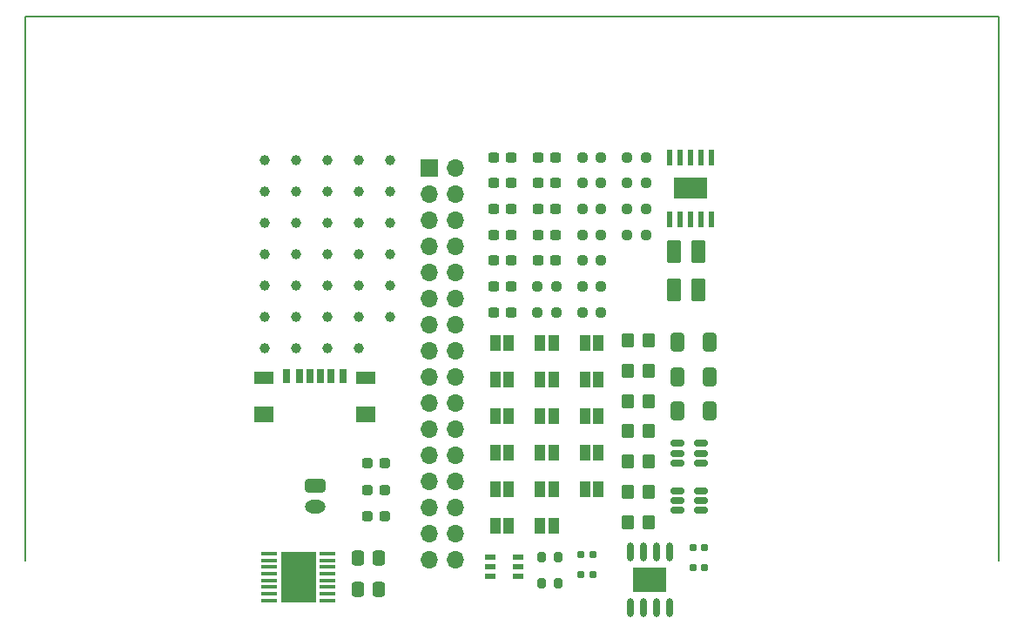
<source format=gbr>
%TF.GenerationSoftware,KiCad,Pcbnew,9.0.0*%
%TF.CreationDate,2025-03-28T03:05:09+02:00*%
%TF.ProjectId,PCB,5043422e-6b69-4636-9164-5f7063625858,rev?*%
%TF.SameCoordinates,Original*%
%TF.FileFunction,Copper,L1,Top*%
%TF.FilePolarity,Positive*%
%FSLAX46Y46*%
G04 Gerber Fmt 4.6, Leading zero omitted, Abs format (unit mm)*
G04 Created by KiCad (PCBNEW 9.0.0) date 2025-03-28 03:05:09*
%MOMM*%
%LPD*%
G01*
G04 APERTURE LIST*
G04 Aperture macros list*
%AMRoundRect*
0 Rectangle with rounded corners*
0 $1 Rounding radius*
0 $2 $3 $4 $5 $6 $7 $8 $9 X,Y pos of 4 corners*
0 Add a 4 corners polygon primitive as box body*
4,1,4,$2,$3,$4,$5,$6,$7,$8,$9,$2,$3,0*
0 Add four circle primitives for the rounded corners*
1,1,$1+$1,$2,$3*
1,1,$1+$1,$4,$5*
1,1,$1+$1,$6,$7*
1,1,$1+$1,$8,$9*
0 Add four rect primitives between the rounded corners*
20,1,$1+$1,$2,$3,$4,$5,0*
20,1,$1+$1,$4,$5,$6,$7,0*
20,1,$1+$1,$6,$7,$8,$9,0*
20,1,$1+$1,$8,$9,$2,$3,0*%
G04 Aperture macros list end*
%TA.AperFunction,NonConductor*%
%ADD10C,0.200000*%
%TD*%
%TA.AperFunction,SMDPad,CuDef*%
%ADD11R,0.600000X1.500000*%
%TD*%
%TA.AperFunction,SMDPad,CuDef*%
%ADD12R,3.300000X2.100000*%
%TD*%
%TA.AperFunction,SMDPad,CuDef*%
%ADD13R,1.100000X0.600000*%
%TD*%
%TA.AperFunction,SMDPad,CuDef*%
%ADD14O,0.630000X1.865000*%
%TD*%
%TA.AperFunction,SMDPad,CuDef*%
%ADD15R,3.300000X2.400000*%
%TD*%
%TA.AperFunction,SMDPad,CuDef*%
%ADD16RoundRect,0.150000X-0.512500X-0.150000X0.512500X-0.150000X0.512500X0.150000X-0.512500X0.150000X0*%
%TD*%
%TA.AperFunction,SMDPad,CuDef*%
%ADD17RoundRect,0.100000X-0.687500X-0.100000X0.687500X-0.100000X0.687500X0.100000X-0.687500X0.100000X0*%
%TD*%
%TA.AperFunction,HeatsinkPad*%
%ADD18C,0.500000*%
%TD*%
%TA.AperFunction,HeatsinkPad*%
%ADD19R,3.400000X5.000000*%
%TD*%
%TA.AperFunction,SMDPad,CuDef*%
%ADD20C,1.000000*%
%TD*%
%TA.AperFunction,SMDPad,CuDef*%
%ADD21RoundRect,0.237500X-0.250000X-0.237500X0.250000X-0.237500X0.250000X0.237500X-0.250000X0.237500X0*%
%TD*%
%TA.AperFunction,SMDPad,CuDef*%
%ADD22RoundRect,0.250000X-0.350000X-0.450000X0.350000X-0.450000X0.350000X0.450000X-0.350000X0.450000X0*%
%TD*%
%TA.AperFunction,SMDPad,CuDef*%
%ADD23RoundRect,0.160000X-0.197500X-0.160000X0.197500X-0.160000X0.197500X0.160000X-0.197500X0.160000X0*%
%TD*%
%TA.AperFunction,SMDPad,CuDef*%
%ADD24RoundRect,0.200000X-0.200000X-0.275000X0.200000X-0.275000X0.200000X0.275000X-0.200000X0.275000X0*%
%TD*%
%TA.AperFunction,SMDPad,CuDef*%
%ADD25RoundRect,0.250001X-0.462499X-0.849999X0.462499X-0.849999X0.462499X0.849999X-0.462499X0.849999X0*%
%TD*%
%TA.AperFunction,SMDPad,CuDef*%
%ADD26R,1.000000X1.500000*%
%TD*%
%TA.AperFunction,SMDPad,CuDef*%
%ADD27R,1.950000X1.200000*%
%TD*%
%TA.AperFunction,SMDPad,CuDef*%
%ADD28R,1.950000X1.600000*%
%TD*%
%TA.AperFunction,SMDPad,CuDef*%
%ADD29R,0.800000X1.400000*%
%TD*%
%TA.AperFunction,ComponentPad*%
%ADD30R,1.700000X1.700000*%
%TD*%
%TA.AperFunction,ComponentPad*%
%ADD31O,1.700000X1.700000*%
%TD*%
%TA.AperFunction,ComponentPad*%
%ADD32RoundRect,0.250000X-0.750000X-0.400000X0.750000X-0.400000X0.750000X0.400000X-0.750000X0.400000X0*%
%TD*%
%TA.AperFunction,ComponentPad*%
%ADD33O,2.000000X1.300000*%
%TD*%
%TA.AperFunction,SMDPad,CuDef*%
%ADD34RoundRect,0.237500X-0.287500X-0.237500X0.287500X-0.237500X0.287500X0.237500X-0.287500X0.237500X0*%
%TD*%
%TA.AperFunction,SMDPad,CuDef*%
%ADD35RoundRect,0.250000X-0.412500X-0.650000X0.412500X-0.650000X0.412500X0.650000X-0.412500X0.650000X0*%
%TD*%
%TA.AperFunction,SMDPad,CuDef*%
%ADD36RoundRect,0.237500X-0.300000X-0.237500X0.300000X-0.237500X0.300000X0.237500X-0.300000X0.237500X0*%
%TD*%
%TA.AperFunction,SMDPad,CuDef*%
%ADD37RoundRect,0.155000X-0.212500X-0.155000X0.212500X-0.155000X0.212500X0.155000X-0.212500X0.155000X0*%
%TD*%
%TA.AperFunction,SMDPad,CuDef*%
%ADD38RoundRect,0.250000X-0.337500X-0.475000X0.337500X-0.475000X0.337500X0.475000X-0.337500X0.475000X0*%
%TD*%
G04 APERTURE END LIST*
D10*
X77886720Y-58000000D02*
X77886720Y-110950000D01*
X172500000Y-58000000D02*
X172500000Y-110950000D01*
X172500000Y-58000000D02*
X77886720Y-58000000D01*
D11*
%TO.P,U13,1,VDD*%
%TO.N,/3V3_Out*%
X140547700Y-77732700D03*
%TO.P,U13,2,CFG2*%
%TO.N,unconnected-(U13-CFG2-Pad2)*%
X141547700Y-77732700D03*
%TO.P,U13,3,CFG3*%
%TO.N,unconnected-(U13-CFG3-Pad3)*%
X142547700Y-77732700D03*
%TO.P,U13,4,DP*%
%TO.N,unconnected-(U13-DP-Pad4)*%
X143547700Y-77732700D03*
%TO.P,U13,5,DM*%
%TO.N,unconnected-(U13-DM-Pad5)*%
X144547700Y-77732700D03*
%TO.P,U13,6,CC2*%
%TO.N,/CC2*%
X144547700Y-71732700D03*
%TO.P,U13,7,CC1*%
%TO.N,/CC1*%
X143547700Y-71732500D03*
%TO.P,U13,8,VBUS*%
%TO.N,Net-(U13-VBUS)*%
X142547700Y-71732500D03*
%TO.P,U13,9,CFG1*%
%TO.N,Net-(U13-CFG1)*%
X141547700Y-71732500D03*
%TO.P,U13,10,PG*%
%TO.N,unconnected-(U13-PG-Pad10)*%
X140547700Y-71732700D03*
D12*
%TO.P,U13,11,GND*%
%TO.N,GND*%
X142547700Y-74732500D03*
%TD*%
D13*
%TO.P,U12,1*%
%TO.N,Net-(R25-Pad2)*%
X125822600Y-112479400D03*
%TO.P,U12,2*%
%TO.N,/3V3_Out*%
X125822600Y-111529400D03*
%TO.P,U12,3*%
%TO.N,Net-(R13-Pad2)*%
X125822600Y-110579400D03*
%TO.P,U12,4*%
%TO.N,GND*%
X123122600Y-110579400D03*
%TO.P,U12,5*%
X123122600Y-111529400D03*
%TO.P,U12,6*%
%TO.N,FAST_CHARGE_CTRL*%
X123122600Y-112479400D03*
%TD*%
D14*
%TO.P,U9,1,TEMP*%
%TO.N,GND*%
X136690000Y-115500000D03*
%TO.P,U9,2,PROG*%
%TO.N,Net-(U9-PROG)*%
X137960000Y-115500000D03*
%TO.P,U9,3,GND*%
%TO.N,GND*%
X139230000Y-115500000D03*
%TO.P,U9,4,V_{CC}*%
%TO.N,Net-(JP15-A)*%
X140500000Y-115500000D03*
%TO.P,U9,5,BAT*%
%TO.N,Net-(JP12-A)*%
X140500000Y-110135000D03*
%TO.P,U9,6,~{STDBY}*%
%TO.N,unconnected-(U9-~{STDBY}-Pad6)*%
X139230000Y-110135000D03*
%TO.P,U9,7,~{CHRG}*%
%TO.N,Net-(D3-K)*%
X137960000Y-110135000D03*
%TO.P,U9,8,CE*%
%TO.N,Net-(JP15-A)*%
X136690000Y-110135000D03*
D15*
%TO.P,U9,9,EPAD*%
%TO.N,GND*%
X138595000Y-112817500D03*
%TD*%
D16*
%TO.P,U5,1,VIN*%
%TO.N,/5V_Out*%
X141310100Y-104177500D03*
%TO.P,U5,2,GND*%
%TO.N,GND*%
X141310100Y-105127500D03*
%TO.P,U5,3,ON*%
%TO.N,CTRL_EXT_LOAD2*%
X141310100Y-106077500D03*
%TO.P,U5,4,CT*%
%TO.N,/5V_Out*%
X143585100Y-106077500D03*
%TO.P,U5,5,QOD*%
%TO.N,EXT_LOAD2_OUT*%
X143585100Y-105127500D03*
%TO.P,U5,6,VOUT*%
%TO.N,Net-(JP10-A)*%
X143585100Y-104177500D03*
%TD*%
D17*
%TO.P,U4,1,~{SLEEP}*%
%TO.N,/5V_Out*%
X101560100Y-110277500D03*
%TO.P,U4,2,AOUT1*%
%TO.N,MOTOR3_A_OUT*%
X101560100Y-110927500D03*
%TO.P,U4,3,AISEN*%
%TO.N,/AISEN2*%
X101560100Y-111577500D03*
%TO.P,U4,4,AOUT2*%
%TO.N,MOTOR3_B_OUT*%
X101560100Y-112227500D03*
%TO.P,U4,5,BOUT2*%
%TO.N,MOTOR4_B_OUT*%
X101560100Y-112877500D03*
%TO.P,U4,6,BISEN*%
%TO.N,/BISEN2*%
X101560100Y-113527500D03*
%TO.P,U4,7,BOUT1*%
%TO.N,MOTOR4_A_OUT*%
X101560100Y-114177500D03*
%TO.P,U4,8,~{FAULT}*%
%TO.N,Net-(U4-~{FAULT})*%
X101560100Y-114827500D03*
%TO.P,U4,9,BIN1*%
%TO.N,MOTOR4_CTRL1*%
X107285100Y-114827500D03*
%TO.P,U4,10,BIN2*%
%TO.N,MOTOR4_CTRL2*%
X107285100Y-114177500D03*
%TO.P,U4,11,VCP*%
%TO.N,Net-(U4-VCP)*%
X107285100Y-113527500D03*
%TO.P,U4,12,VM*%
%TO.N,Load_Supply*%
X107285100Y-112877500D03*
%TO.P,U4,13,GND*%
%TO.N,GND*%
X107285100Y-112227500D03*
%TO.P,U4,14,VINT*%
%TO.N,Net-(U4-VINT)*%
X107285100Y-111577500D03*
%TO.P,U4,15,AIN2*%
%TO.N,MOTOR3_CTRL2*%
X107285100Y-110927500D03*
%TO.P,U4,16,AIN1*%
%TO.N,MOTOR3_CTRL1*%
X107285100Y-110277500D03*
D18*
%TO.P,U4,17,GND*%
%TO.N,GND*%
X103672600Y-111052500D03*
X103672600Y-112552500D03*
X103672600Y-114052500D03*
D19*
X104422600Y-112552500D03*
D18*
X105172600Y-111052500D03*
X105172600Y-112552500D03*
X105172600Y-114052500D03*
%TD*%
D16*
%TO.P,U3,1,VIN*%
%TO.N,/5V_Out*%
X141310100Y-99552500D03*
%TO.P,U3,2,GND*%
%TO.N,GND*%
X141310100Y-100502500D03*
%TO.P,U3,3,ON*%
%TO.N,CTRL_EXT_LOAD1*%
X141310100Y-101452500D03*
%TO.P,U3,4,CT*%
%TO.N,/5V_Out*%
X143585100Y-101452500D03*
%TO.P,U3,5,QOD*%
%TO.N,EXT_LOAD1_OUT*%
X143585100Y-100502500D03*
%TO.P,U3,6,VOUT*%
%TO.N,Net-(JP9-A)*%
X143585100Y-99552500D03*
%TD*%
D20*
%TO.P,TP36,1,1*%
%TO.N,Net-(JP18-A)*%
X113347600Y-87257500D03*
%TD*%
%TO.P,TP35,1,1*%
%TO.N,/3V3_Out*%
X113347600Y-84207500D03*
%TD*%
%TO.P,TP34,1,1*%
%TO.N,Net-(JP15-B)*%
X113347600Y-81157500D03*
%TD*%
%TO.P,TP33,1,1*%
%TO.N,/5V_Out*%
X113347600Y-78107500D03*
%TD*%
%TO.P,TP32,1,1*%
%TO.N,MOTOR1_B_OUT*%
X113347600Y-75057500D03*
%TD*%
%TO.P,TP31,1,1*%
%TO.N,MOTOR1_A_OUT*%
X113347600Y-72007500D03*
%TD*%
%TO.P,TP30,1,1*%
%TO.N,MOTOR1_B_OUT*%
X110297600Y-90307500D03*
%TD*%
%TO.P,TP29,1,1*%
%TO.N,MOTOR2_A_OUT*%
X110297600Y-87257500D03*
%TD*%
%TO.P,TP28,1,1*%
%TO.N,MOTOR2_B_OUT*%
X110297600Y-84207500D03*
%TD*%
%TO.P,TP26,1,1*%
%TO.N,MOTOR1_B_OUT*%
X110297600Y-81157500D03*
%TD*%
%TO.P,TP25,1,1*%
%TO.N,Net-(JP10-A)*%
X110297600Y-78107500D03*
%TD*%
%TO.P,TP24,1,1*%
%TO.N,Net-(JP9-A)*%
X110297600Y-75057500D03*
%TD*%
%TO.P,TP23,1,1*%
%TO.N,I2C1_SCL*%
X110297600Y-72007500D03*
%TD*%
%TO.P,TP22,1,1*%
%TO.N,I2C1_SDA*%
X107247600Y-90307500D03*
%TD*%
%TO.P,TP21,1,1*%
%TO.N,GND*%
X107247600Y-87257500D03*
%TD*%
%TO.P,TP20,1,1*%
%TO.N,Battery*%
X107247600Y-84207500D03*
%TD*%
%TO.P,TP19,1,1*%
%TO.N,Load_Supply*%
X107247600Y-81157500D03*
%TD*%
%TO.P,TP18,1,1*%
%TO.N,MOTOR3_A_OUT*%
X107247600Y-78107500D03*
%TD*%
%TO.P,TP17,1,1*%
%TO.N,MOTOR4_A_OUT*%
X107247600Y-75057500D03*
%TD*%
%TO.P,TP16,1,1*%
%TO.N,MOTOR4_B_OUT*%
X107247600Y-72007500D03*
%TD*%
%TO.P,TP15,1,1*%
%TO.N,MOTOR3_B_OUT*%
X104197600Y-90307500D03*
%TD*%
%TO.P,TP14,1,1*%
%TO.N,GND*%
X104197600Y-87257500D03*
%TD*%
%TO.P,TP13,1,1*%
%TO.N,Load_Supply*%
X104197600Y-84207500D03*
%TD*%
%TO.P,TP12,1,1*%
%TO.N,GND*%
X104197600Y-81157500D03*
%TD*%
%TO.P,TP11,1,1*%
%TO.N,Net-(U4-VINT)*%
X104197600Y-78107500D03*
%TD*%
%TO.P,TP10,1,1*%
%TO.N,GND*%
X104197600Y-75057500D03*
%TD*%
%TO.P,TP9,1,1*%
%TO.N,GND*%
X104197600Y-72007500D03*
%TD*%
%TO.P,TP8,1,1*%
%TO.N,Load_Supply*%
X101147600Y-90307500D03*
%TD*%
%TO.P,TP7,1,1*%
%TO.N,GND*%
X101147600Y-87257500D03*
%TD*%
%TO.P,TP6,1,1*%
%TO.N,Net-(U1-VINT)*%
X101147600Y-84207500D03*
%TD*%
%TO.P,TP5,1,1*%
%TO.N,GND*%
X101147600Y-81157500D03*
%TD*%
%TO.P,TP4,1,1*%
%TO.N,/VBUS*%
X101147600Y-78107500D03*
%TD*%
%TO.P,TP3,1,1*%
%TO.N,/HV_Pin*%
X101147600Y-75057500D03*
%TD*%
%TO.P,TP2,1,1*%
%TO.N,Battery*%
X101147600Y-72007500D03*
%TD*%
D21*
%TO.P,R32,1*%
%TO.N,Net-(U11-PG)*%
X136385100Y-79267500D03*
%TO.P,R32,2*%
%TO.N,Net-(JP18-A)*%
X138210100Y-79267500D03*
%TD*%
%TO.P,R31,1*%
%TO.N,Net-(U10-PG)*%
X136385100Y-76757500D03*
%TO.P,R31,2*%
%TO.N,/5V_Out*%
X138210100Y-76757500D03*
%TD*%
D22*
%TO.P,R30,1*%
%TO.N,Net-(U13-VBUS)*%
X136497600Y-107227500D03*
%TO.P,R30,2*%
%TO.N,/VBUS*%
X138497600Y-107227500D03*
%TD*%
%TO.P,R29,1*%
%TO.N,GND*%
X136497600Y-104277500D03*
%TO.P,R29,2*%
%TO.N,Net-(U13-CFG1)*%
X138497600Y-104277500D03*
%TD*%
D23*
%TO.P,R28,1*%
%TO.N,/HV_Pin*%
X131910100Y-112337500D03*
%TO.P,R28,2*%
%TO.N,/3V3_Out*%
X133105100Y-112337500D03*
%TD*%
D21*
%TO.P,R27,1*%
%TO.N,Battery*%
X136385100Y-74247500D03*
%TO.P,R27,2*%
%TO.N,I2C1_SDA*%
X138210100Y-74247500D03*
%TD*%
%TO.P,R26,1*%
%TO.N,Load_Supply*%
X136385100Y-71737500D03*
%TO.P,R26,2*%
%TO.N,Net-(U2-IN-)*%
X138210100Y-71737500D03*
%TD*%
%TO.P,R25,1*%
%TO.N,Net-(U9-PROG)*%
X132035100Y-86797500D03*
%TO.P,R25,2*%
%TO.N,Net-(R25-Pad2)*%
X133860100Y-86797500D03*
%TD*%
%TO.P,R24,1*%
%TO.N,Battery*%
X132035100Y-84287500D03*
%TO.P,R24,2*%
%TO.N,I2C1_SCL*%
X133860100Y-84287500D03*
%TD*%
%TO.P,R23,1*%
%TO.N,GND*%
X132035100Y-81777500D03*
%TO.P,R23,2*%
%TO.N,Net-(JP7-B)*%
X133860100Y-81777500D03*
%TD*%
%TO.P,R22,1*%
%TO.N,GND*%
X132035100Y-79267500D03*
%TO.P,R22,2*%
%TO.N,Net-(JP5-B)*%
X133860100Y-79267500D03*
%TD*%
%TO.P,R21,1*%
%TO.N,GND*%
X132035100Y-76757500D03*
%TO.P,R21,2*%
%TO.N,Net-(JP3-B)*%
X133860100Y-76757500D03*
%TD*%
%TO.P,R20,1*%
%TO.N,GND*%
X132035100Y-74247500D03*
%TO.P,R20,2*%
%TO.N,Net-(JP1-B)*%
X133860100Y-74247500D03*
%TD*%
%TO.P,R16,1*%
%TO.N,Net-(D4-A)*%
X132035100Y-71737500D03*
%TO.P,R16,2*%
%TO.N,Net-(U4-~{FAULT})*%
X133860100Y-71737500D03*
%TD*%
%TO.P,R14,1*%
%TO.N,Net-(D1-A)*%
X127685100Y-86797500D03*
%TO.P,R14,2*%
%TO.N,Net-(U1-~{FAULT})*%
X129510100Y-86797500D03*
%TD*%
D22*
%TO.P,R13,1*%
%TO.N,Net-(U9-PROG)*%
X136497600Y-101327500D03*
%TO.P,R13,2*%
%TO.N,Net-(R13-Pad2)*%
X138497600Y-101327500D03*
%TD*%
D21*
%TO.P,R12,1*%
%TO.N,Battery*%
X127685100Y-84287500D03*
%TO.P,R12,2*%
%TO.N,Net-(U2-IN+)*%
X129510100Y-84287500D03*
%TD*%
D22*
%TO.P,R11,1*%
%TO.N,Net-(U11-FB)*%
X136497600Y-98377500D03*
%TO.P,R11,2*%
%TO.N,GND*%
X138497600Y-98377500D03*
%TD*%
%TO.P,R10,1*%
%TO.N,Net-(U10-FB)*%
X136497600Y-95427500D03*
%TO.P,R10,2*%
%TO.N,GND*%
X138497600Y-95427500D03*
%TD*%
%TO.P,R7,1*%
%TO.N,Net-(JP15-B)*%
X136497600Y-92477500D03*
%TO.P,R7,2*%
%TO.N,GND*%
X138497600Y-92477500D03*
%TD*%
%TO.P,R6,1*%
%TO.N,/HV-Pin*%
X136497600Y-89527500D03*
%TO.P,R6,2*%
%TO.N,Net-(JP15-B)*%
X138497600Y-89527500D03*
%TD*%
D23*
%TO.P,R5,1*%
%TO.N,Net-(JP15-A)*%
X131910100Y-110347500D03*
%TO.P,R5,2*%
%TO.N,Net-(D3-A)*%
X133105100Y-110347500D03*
%TD*%
D24*
%TO.P,R4,1*%
%TO.N,/5V_Out*%
X128052600Y-113117500D03*
%TO.P,R4,2*%
%TO.N,Net-(U11-FB)*%
X129702600Y-113117500D03*
%TD*%
%TO.P,R2,1*%
%TO.N,/5V_Out*%
X128052600Y-110607500D03*
%TO.P,R2,2*%
%TO.N,Net-(U10-FB)*%
X129702600Y-110607500D03*
%TD*%
D25*
%TO.P,L2,1,1*%
%TO.N,Net-(L2-Pad1)*%
X140955100Y-84607500D03*
%TO.P,L2,2,2*%
%TO.N,Net-(L2-Pad2)*%
X143280100Y-84607500D03*
%TD*%
%TO.P,L1,1,1*%
%TO.N,Net-(L1-Pad1)*%
X140955100Y-80857500D03*
%TO.P,L1,2,2*%
%TO.N,Net-(L1-Pad2)*%
X143280100Y-80857500D03*
%TD*%
D26*
%TO.P,JP18,1,A*%
%TO.N,Net-(JP18-A)*%
X132297600Y-104027500D03*
%TO.P,JP18,2,B*%
%TO.N,/3V3_Out*%
X133597600Y-104027500D03*
%TD*%
%TO.P,JP16,1,A*%
%TO.N,/5V_PG*%
X132297600Y-100477500D03*
%TO.P,JP16,2,B*%
%TO.N,5V Out*%
X133597600Y-100477500D03*
%TD*%
%TO.P,JP15,1,A*%
%TO.N,Net-(JP15-A)*%
X132297600Y-96927500D03*
%TO.P,JP15,2,B*%
%TO.N,Net-(JP15-B)*%
X133597600Y-96927500D03*
%TD*%
%TO.P,JP14,1,A*%
%TO.N,/5V_VOUT2*%
X132297600Y-93377500D03*
%TO.P,JP14,2,B*%
%TO.N,5V Out*%
X133597600Y-93377500D03*
%TD*%
%TO.P,JP13,1,A*%
%TO.N,/3V3_PG*%
X132297600Y-89827500D03*
%TO.P,JP13,2,B*%
%TO.N,/3V3_Out*%
X133597600Y-89827500D03*
%TD*%
%TO.P,JP12,1,A*%
%TO.N,Net-(JP12-A)*%
X127947600Y-107577500D03*
%TO.P,JP12,2,B*%
%TO.N,Battery*%
X129247600Y-107577500D03*
%TD*%
%TO.P,JP11,1,A*%
%TO.N,/3V3_VOUT2*%
X127947600Y-104027500D03*
%TO.P,JP11,2,B*%
%TO.N,/3V3_Out*%
X129247600Y-104027500D03*
%TD*%
%TO.P,JP10,1,A*%
%TO.N,Net-(JP10-A)*%
X127947600Y-100477500D03*
%TO.P,JP10,2,B*%
%TO.N,EXT_LOAD2_OUT*%
X129247600Y-100477500D03*
%TD*%
%TO.P,JP9,1,A*%
%TO.N,Net-(JP9-A)*%
X127947600Y-96927500D03*
%TO.P,JP9,2,B*%
%TO.N,EXT_LOAD1_OUT*%
X129247600Y-96927500D03*
%TD*%
%TO.P,JP8,1,A*%
%TO.N,/BISEN2*%
X127947600Y-93377500D03*
%TO.P,JP8,2,B*%
%TO.N,GND*%
X129247600Y-93377500D03*
%TD*%
%TO.P,JP7,1,A*%
%TO.N,/BISEN2*%
X127947600Y-89827500D03*
%TO.P,JP7,2,B*%
%TO.N,Net-(JP7-B)*%
X129247600Y-89827500D03*
%TD*%
%TO.P,JP6,1,A*%
%TO.N,/AISEN2*%
X123597600Y-107577500D03*
%TO.P,JP6,2,B*%
%TO.N,GND*%
X124897600Y-107577500D03*
%TD*%
%TO.P,JP5,1,A*%
%TO.N,/AISEN2*%
X123597600Y-104027500D03*
%TO.P,JP5,2,B*%
%TO.N,Net-(JP5-B)*%
X124897600Y-104027500D03*
%TD*%
%TO.P,JP4,1,A*%
%TO.N,/BISEN1*%
X123597600Y-100477500D03*
%TO.P,JP4,2,B*%
%TO.N,GND*%
X124897600Y-100477500D03*
%TD*%
%TO.P,JP3,1,A*%
%TO.N,/BISEN1*%
X123597600Y-96927500D03*
%TO.P,JP3,2,B*%
%TO.N,Net-(JP3-B)*%
X124897600Y-96927500D03*
%TD*%
%TO.P,JP2,1,A*%
%TO.N,/AISEN1*%
X123597600Y-93377500D03*
%TO.P,JP2,2,B*%
%TO.N,GND*%
X124897600Y-93377500D03*
%TD*%
%TO.P,JP1,1,A*%
%TO.N,/AISEN1*%
X123597600Y-89827500D03*
%TO.P,JP1,2,B*%
%TO.N,Net-(JP1-B)*%
X124897600Y-89827500D03*
%TD*%
D27*
%TO.P,J4,7*%
%TO.N,N/C*%
X101097600Y-93159500D03*
D28*
X101097600Y-96759500D03*
D27*
X110987600Y-93159500D03*
D28*
X110987600Y-96759500D03*
D29*
%TO.P,J4,A5,CC1*%
%TO.N,/CC1*%
X105542600Y-93032500D03*
%TO.P,J4,A9,VBUS*%
%TO.N,/HV_Pin*%
X107562400Y-93032500D03*
%TO.P,J4,A12,GND*%
%TO.N,GND*%
X108792500Y-93032500D03*
%TO.P,J4,B5,CC2*%
%TO.N,/CC2*%
X106542600Y-93032500D03*
%TO.P,J4,B9,VBUS*%
%TO.N,/HV_Pin*%
X104522500Y-93032500D03*
%TO.P,J4,B12,GND*%
%TO.N,GND*%
X103292400Y-93032500D03*
%TD*%
D30*
%TO.P,J3,1,Pin_1*%
%TO.N,MOTOR2_B_OUT*%
X117197600Y-72807500D03*
D31*
%TO.P,J3,2,Pin_2*%
%TO.N,MOTOR2_A_OUT*%
X119737600Y-72807500D03*
%TO.P,J3,3,Pin_3*%
%TO.N,MOTOR4_A_OUT*%
X117197600Y-75347500D03*
%TO.P,J3,4,Pin_4*%
%TO.N,MOTOR2_CTRL1*%
X119737600Y-75347500D03*
%TO.P,J3,5,Pin_5*%
%TO.N,MOTOR4_B_OUT*%
X117197600Y-77887500D03*
%TO.P,J3,6,Pin_6*%
%TO.N,MOTOR2_CTRL2*%
X119737600Y-77887500D03*
%TO.P,J3,7,Pin_7*%
%TO.N,CTRL_EXT_LOAD2*%
X117197600Y-80427500D03*
%TO.P,J3,8,Pin_8*%
%TO.N,MOTOR4_CTRL1*%
X119737600Y-80427500D03*
%TO.P,J3,9,Pin_9*%
%TO.N,unconnected-(J3-Pin_9-Pad9)*%
X117197600Y-82967500D03*
%TO.P,J3,10,Pin_10*%
%TO.N,MOTOR4_CTRL2*%
X119737600Y-82967500D03*
%TO.P,J3,11,Pin_11*%
%TO.N,EXT_LOAD2_OUT*%
X117197600Y-85507500D03*
%TO.P,J3,12,Pin_12*%
%TO.N,unconnected-(J3-Pin_12-Pad12)*%
X119737600Y-85507500D03*
%TO.P,J3,13,Pin_13*%
%TO.N,FAST_CHARGE_CTRL*%
X117197600Y-88047500D03*
%TO.P,J3,14,Pin_14*%
%TO.N,Battery*%
X119737600Y-88047500D03*
%TO.P,J3,15,Pin_15*%
%TO.N,unconnected-(J3-Pin_15-Pad15)*%
X117197600Y-90587500D03*
%TO.P,J3,16,Pin_16*%
%TO.N,I2C1_SCL*%
X119737600Y-90587500D03*
%TO.P,J3,17,Pin_17*%
%TO.N,I2C1_SDA*%
X117197600Y-93127500D03*
%TO.P,J3,18,Pin_18*%
%TO.N,/3V3_Out*%
X119737600Y-93127500D03*
%TO.P,J3,19,Pin_19*%
%TO.N,GND*%
X117197600Y-95667500D03*
%TO.P,J3,20,Pin_20*%
%TO.N,/5V_Out*%
X119737600Y-95667500D03*
%TO.P,J3,21,Pin_21*%
%TO.N,EXT_LOAD1_OUT*%
X117197600Y-98207500D03*
%TO.P,J3,22,Pin_22*%
%TO.N,High_Voltage_(9V)*%
X119737600Y-98207500D03*
%TO.P,J3,23,Pin_23*%
%TO.N,GND*%
X117197600Y-100747500D03*
%TO.P,J3,24,Pin_24*%
%TO.N,MOTOR3_CTRL1*%
X119737600Y-100747500D03*
%TO.P,J3,25,Pin_25*%
%TO.N,CTRL_EXT_LOAD1*%
X117197600Y-103287500D03*
%TO.P,J3,26,Pin_26*%
%TO.N,MOTOR3_CTRL2*%
X119737600Y-103287500D03*
%TO.P,J3,27,Pin_27*%
%TO.N,MOTOR3_A_OUT*%
X117197600Y-105827500D03*
%TO.P,J3,28,Pin_28*%
%TO.N,MOTOR1_CTRL1*%
X119737600Y-105827500D03*
%TO.P,J3,29,Pin_29*%
%TO.N,MOTOR3_B_OUT*%
X117197600Y-108367500D03*
%TO.P,J3,30,Pin_30*%
%TO.N,MOTOR1_CTRL2*%
X119737600Y-108367500D03*
%TO.P,J3,31,Pin_31*%
%TO.N,MOTOR1_B_OUT*%
X117197600Y-110907500D03*
%TO.P,J3,32,Pin_32*%
%TO.N,MOTOR1_A_OUT*%
X119737600Y-110907500D03*
%TD*%
D32*
%TO.P,J1,1,Pin_1*%
%TO.N,unconnected-(J1-Pin_1-Pad1)*%
X106047600Y-103707500D03*
D33*
%TO.P,J1,2,Pin_2*%
%TO.N,GND*%
X106047600Y-105707500D03*
%TD*%
D34*
%TO.P,D4,1,K*%
%TO.N,GND*%
X111117600Y-106657500D03*
%TO.P,D4,2,A*%
%TO.N,Net-(D4-A)*%
X112867600Y-106657500D03*
%TD*%
%TO.P,D3,1,K*%
%TO.N,Net-(D3-K)*%
X111117600Y-104067500D03*
%TO.P,D3,2,A*%
%TO.N,Net-(D3-A)*%
X112867600Y-104067500D03*
%TD*%
%TO.P,D1,1,K*%
%TO.N,GND*%
X111117600Y-101477500D03*
%TO.P,D1,2,A*%
%TO.N,Net-(D1-A)*%
X112867600Y-101477500D03*
%TD*%
D35*
%TO.P,C21,1*%
%TO.N,/3V3_Out*%
X141315100Y-96427500D03*
%TO.P,C21,2*%
%TO.N,GND*%
X144440100Y-96427500D03*
%TD*%
%TO.P,C20,1*%
%TO.N,GND*%
X141315100Y-93077500D03*
%TO.P,C20,2*%
%TO.N,Battery*%
X144440100Y-93077500D03*
%TD*%
%TO.P,C19,1*%
%TO.N,Net-(JP15-A)*%
X141315100Y-89727500D03*
%TO.P,C19,2*%
%TO.N,GND*%
X144440100Y-89727500D03*
%TD*%
D36*
%TO.P,C17,1*%
%TO.N,Net-(U4-VINT)*%
X127735100Y-81777500D03*
%TO.P,C17,2*%
%TO.N,Net-(U4-VCP)*%
X129460100Y-81777500D03*
%TD*%
%TO.P,C16,1*%
%TO.N,Load_Supply*%
X127735100Y-79267500D03*
%TO.P,C16,2*%
%TO.N,Net-(U1-VCP)*%
X129460100Y-79267500D03*
%TD*%
D37*
%TO.P,C15,1*%
%TO.N,Net-(U11-EN)*%
X142780100Y-111657500D03*
%TO.P,C15,2*%
%TO.N,GND*%
X143915100Y-111657500D03*
%TD*%
D36*
%TO.P,C14,1*%
%TO.N,Load_Supply*%
X127735100Y-76757500D03*
%TO.P,C14,2*%
%TO.N,GND*%
X129460100Y-76757500D03*
%TD*%
%TO.P,C13,1*%
%TO.N,GND*%
X127735100Y-74247500D03*
%TO.P,C13,2*%
%TO.N,Net-(U4-VINT)*%
X129460100Y-74247500D03*
%TD*%
%TO.P,C12,1*%
%TO.N,Net-(U11-VIN1)*%
X127735100Y-71737500D03*
%TO.P,C12,2*%
%TO.N,GND*%
X129460100Y-71737500D03*
%TD*%
%TO.P,C11,1*%
%TO.N,Load_Supply*%
X123385100Y-86797500D03*
%TO.P,C11,2*%
%TO.N,GND*%
X125110100Y-86797500D03*
%TD*%
D37*
%TO.P,C10,1*%
%TO.N,Net-(U10-EN)*%
X142780100Y-109687500D03*
%TO.P,C10,2*%
%TO.N,GND*%
X143915100Y-109687500D03*
%TD*%
D38*
%TO.P,C9,1*%
%TO.N,EXT_LOAD2_OUT*%
X110210100Y-113747500D03*
%TO.P,C9,2*%
%TO.N,GND*%
X112285100Y-113747500D03*
%TD*%
%TO.P,C8,1*%
%TO.N,EXT_LOAD1_OUT*%
X110210100Y-110737500D03*
%TO.P,C8,2*%
%TO.N,GND*%
X112285100Y-110737500D03*
%TD*%
D36*
%TO.P,C7,1*%
%TO.N,/5V_Out*%
X123385100Y-84287500D03*
%TO.P,C7,2*%
%TO.N,GND*%
X125110100Y-84287500D03*
%TD*%
%TO.P,C6,1*%
%TO.N,/5V_Out*%
X123385100Y-81777500D03*
%TO.P,C6,2*%
%TO.N,GND*%
X125110100Y-81777500D03*
%TD*%
%TO.P,C5,1*%
%TO.N,Battery*%
X123385100Y-79267500D03*
%TO.P,C5,2*%
%TO.N,GND*%
X125110100Y-79267500D03*
%TD*%
%TO.P,C4,1*%
%TO.N,Net-(U2-IN+)*%
X123385100Y-76757500D03*
%TO.P,C4,2*%
%TO.N,Net-(U2-IN-)*%
X125110100Y-76757500D03*
%TD*%
%TO.P,C3,1*%
%TO.N,Load_Supply*%
X123385100Y-74247500D03*
%TO.P,C3,2*%
%TO.N,GND*%
X125110100Y-74247500D03*
%TD*%
%TO.P,C2,1*%
%TO.N,GND*%
X123385100Y-71737500D03*
%TO.P,C2,2*%
%TO.N,Net-(U1-VINT)*%
X125110100Y-71737500D03*
%TD*%
M02*

</source>
